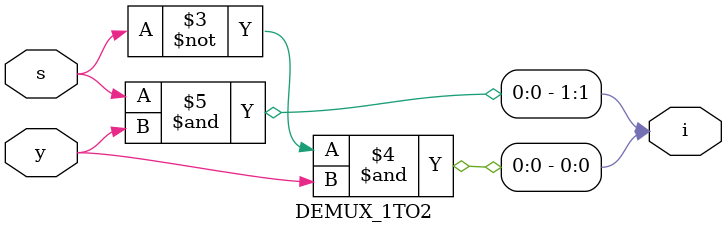
<source format=v>
module DEMUX_1TO2(
                  input y,
                  input s,
                  output [1:0]i
                  );
     
     //data flow
     assign i[0]=~s&y;
     assign i[1]=s&y;
 endmodule
   
   //testbench
   module DEMUX_1TO2_tb();
       reg y;
       reg s;
       wire [1:0]i;

       //instantiation
       DEMUX_1TO2 D1(y,s,i);

       initial 
       repeat(5)
       begin
       y=$random;s=$random;#10;
       end 
       initial
       $monitor("y=%b s=%b i[0]=%b i[1]=%b Time=%0t",y,s,i[0],i[1],$time);
       endmodule

</source>
